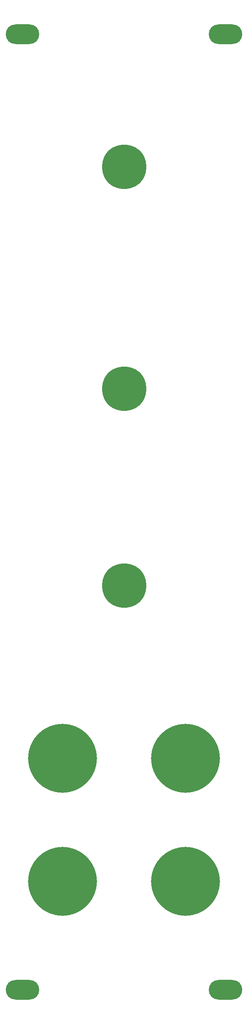
<source format=gts>
G04 #@! TF.GenerationSoftware,KiCad,Pcbnew,6.0.4-6f826c9f35~116~ubuntu20.04.1*
G04 #@! TF.CreationDate,2022-04-19T12:37:51-04:00*
G04 #@! TF.ProjectId,vcapf_panel,76636170-665f-4706-916e-656c2e6b6963,rev?*
G04 #@! TF.SameCoordinates,Original*
G04 #@! TF.FileFunction,Soldermask,Top*
G04 #@! TF.FilePolarity,Negative*
%FSLAX46Y46*%
G04 Gerber Fmt 4.6, Leading zero omitted, Abs format (unit mm)*
G04 Created by KiCad (PCBNEW 6.0.4-6f826c9f35~116~ubuntu20.04.1) date 2022-04-19 12:37:51*
%MOMM*%
%LPD*%
G01*
G04 APERTURE LIST*
%ADD10O,6.800000X4.000000*%
%ADD11C,9.000000*%
%ADD12C,14.000000*%
G04 APERTURE END LIST*
D10*
G04 #@! TO.C,H9*
X61700000Y-10600000D03*
X61700000Y-204600000D03*
G04 #@! TD*
D11*
G04 #@! TO.C,H5*
X41100000Y-37600000D03*
G04 #@! TD*
D12*
G04 #@! TO.C,H1*
X28600000Y-157600000D03*
G04 #@! TD*
D10*
G04 #@! TO.C,H8*
X20500000Y-10600000D03*
X20500000Y-204600000D03*
G04 #@! TD*
D12*
G04 #@! TO.C,H2*
X28600000Y-182600000D03*
G04 #@! TD*
G04 #@! TO.C,H3*
X53600000Y-157600000D03*
G04 #@! TD*
G04 #@! TO.C,H4*
X53600000Y-182600000D03*
G04 #@! TD*
D11*
G04 #@! TO.C,H7*
X41100000Y-82600000D03*
G04 #@! TD*
G04 #@! TO.C,H6*
X41100000Y-122600000D03*
G04 #@! TD*
M02*

</source>
